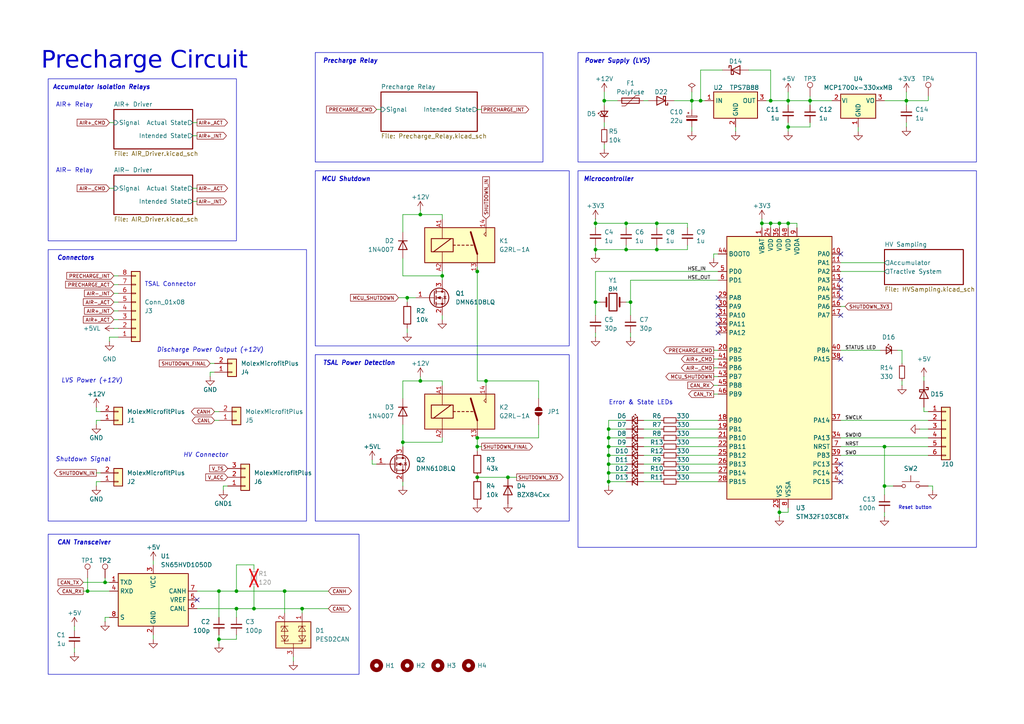
<source format=kicad_sch>
(kicad_sch (version 20250114) (generator "eeschema") (generator_version "9.0")
  (paper "A4")
  (title_block (title "Precharge") (date "2025-10-06") (rev "${REVISION}") (company "York Formula Student") (comment 1 "Designed by Josh B, Logan C, and Owen S"))
  (rectangle (start 167.64 15.24) (end 283.21 46.99))
  (rectangle (start 13.97 22.86) (end 68.58 69.85))
  (rectangle (start 91.44 102.87) (end 165.1 151.13))
  (rectangle (start 91.44 15.24) (end 157.48 46.99))
  (rectangle (start 167.64 49.53) (end 283.21 158.75))
  (rectangle (start 13.97 154.94) (end 104.14 195.58))
  (rectangle (start 91.44 49.53) (end 165.1 100.33))
  (rectangle (start 13.97 72.39) (end 88.9 151.13))
  (text "Microcontroller" (at 176.53 52.07 0) (effects (font (size 1.27 1.27) (thickness 0.254) (bold yes) (italic yes))))
  (text "Error & State LEDs" (at 176.53 116.84 0) (effects (font (size 1.27 1.27)) (justify left)))
  (text "Connectors" (at 16.51 74.93 0) (effects (font (size 1.27 1.27) (thickness 0.254) (bold yes) (italic yes)) (justify left)))
  (text "Accumulator Isolation Relays" (at 15.24 25.4 0) (effects (font (size 1.27 1.27) (thickness 0.254) (bold yes) (italic yes)) (justify left)))
  (text "TSAL Power Detection" (at 104.14 105.41 0) (effects (font (size 1.27 1.27) (thickness 0.254) (bold yes) (italic yes))))
  (text "CAN Transceiver" (at 16.51 157.48 0) (effects (font (size 1.27 1.27) (thickness 0.254) (bold yes) (italic yes)) (justify left)))
  (text "HV Connector" (at 59.69 132.08 0) (effects (font (size 1.27 1.27) (thickness 0.1588) (italic yes))))
  (text "Power Supply (LVS)" (at 179.07 17.78 0) (effects (font (size 1.27 1.27) (thickness 0.254) (bold yes) (italic yes))))
  (text "Shutdown Signal" (at 24.13 133.35 0) (effects (font (size 1.27 1.27) (thickness 0.1588) (italic yes))))
  (text "TSAL Connector" (at 41.91 82.55 0) (effects (font (size 1.27 1.27)) (justify left)))
  (text "AIR- Relay" (at 21.59 49.53 0) (effects (font (size 1.27 1.27))))
  (text "AIR+ Relay" (at 21.59 30.48 0) (effects (font (size 1.27 1.27))))
  (text "Precharge Relay" (at 101.6 17.78 0) (effects (font (size 1.27 1.27) (thickness 0.254) (bold yes) (italic yes))))
  (text "Discharge Power Output (+12V)" (at 60.96 101.6 0) (effects (font (size 1.27 1.27) (thickness 0.1588) (italic yes))))
  (text "LVS Power (+12V)" (at 26.67 110.49 0) (effects (font (size 1.27 1.27) (thickness 0.1588) (italic yes))))
  (text "Reset button" (at 265.43 147.32 0) (effects (font (size 1 1))))
  (text "MCU Shutdown" (at 100.33 52.07 0) (effects (font (size 1.27 1.27) (thickness 0.254) (bold yes) (italic yes))))
  (text "Precharge Circuit" (at 41.91 19.05 0) (effects (font (size 5 5) (thickness 0.254))))
  (junction (at 63.5 185.42))
  (junction (at 176.53 134.62))
  (junction (at 176.53 124.46))
  (junction (at 175.26 29.21))
  (junction (at 138.43 127))
  (junction (at 228.6 36.83))
  (junction (at 82.55 171.45))
  (junction (at 176.53 132.08))
  (junction (at 256.54 129.54))
  (junction (at 200.66 29.21))
  (junction (at 226.06 64.77))
  (junction (at 147.32 138.43))
  (junction (at 68.58 171.45))
  (junction (at 116.84 128.27))
  (junction (at 138.43 138.43))
  (junction (at 256.54 140.97))
  (junction (at 172.72 87.63))
  (junction (at 138.43 129.54))
  (junction (at 30.48 168.91))
  (junction (at 181.61 72.39))
  (junction (at 223.52 64.77))
  (junction (at 73.66 176.53))
  (junction (at 181.61 64.77))
  (junction (at 121.92 62.23))
  (junction (at 121.92 110.49))
  (junction (at 68.58 176.53))
  (junction (at 176.53 129.54))
  (junction (at 228.6 29.21))
  (junction (at 140.97 110.49))
  (junction (at 128.27 80.01))
  (junction (at 138.43 78.74))
  (junction (at 118.11 86.36))
  (junction (at 182.88 87.63))
  (junction (at 223.52 29.21))
  (junction (at 172.72 72.39))
  (junction (at 176.53 127))
  (junction (at 176.53 137.16))
  (junction (at 87.63 176.53))
  (junction (at 25.4 171.45))
  (junction (at 63.5 171.45))
  (junction (at 262.89 29.21))
  (junction (at 203.2 29.21))
  (junction (at 226.06 148.59))
  (junction (at 176.53 139.7))
  (junction (at 190.5 64.77))
  (junction (at 228.6 64.77))
  (junction (at 220.98 64.77))
  (junction (at 190.5 72.39))
  (junction (at 172.72 64.77))
  (junction (at 234.95 29.21))
  (no_connect (at 243.84 137.16))
  (no_connect (at 243.84 91.44))
  (no_connect (at 243.84 83.82))
  (no_connect (at 208.28 93.98))
  (no_connect (at 208.28 88.9))
  (no_connect (at 243.84 104.14))
  (no_connect (at 208.28 96.52))
  (no_connect (at 243.84 81.28))
  (no_connect (at 208.28 86.36))
  (no_connect (at 243.84 73.66))
  (no_connect (at 243.84 134.62))
  (no_connect (at 243.84 139.7))
  (no_connect (at 57.15 173.99))
  (no_connect (at 243.84 86.36))
  (no_connect (at 208.28 91.44))
  (wire (pts (xy 186.69 129.54) (xy 191.77 129.54)))
  (wire (pts (xy 243.84 132.08) (xy 269.24 132.08)))
  (wire (pts (xy 256.54 140.97) (xy 259.08 140.97)))
  (wire (pts (xy 200.66 29.21) (xy 203.2 29.21)))
  (wire (pts (xy 269.24 140.97) (xy 270.51 140.97)))
  (wire (pts (xy 196.85 127) (xy 208.28 127)))
  (wire (pts (xy 186.69 29.21) (xy 187.96 29.21)))
  (wire (pts (xy 27.94 119.38) (xy 27.94 118.11)))
  (wire (pts (xy 68.58 163.83) (xy 68.58 171.45)))
  (wire (pts (xy 73.66 163.83) (xy 73.66 165.1)))
  (wire (pts (xy 68.58 184.15) (xy 68.58 185.42)))
  (wire (pts (xy 176.53 137.16) (xy 181.61 137.16)))
  (wire (pts (xy 231.14 66.04) (xy 231.14 64.77)))
  (wire (pts (xy 186.69 127) (xy 191.77 127)))
  (wire (pts (xy 176.53 134.62) (xy 176.53 137.16)))
  (wire (pts (xy 226.06 66.04) (xy 226.06 64.77)))
  (wire (pts (xy 147.32 138.43) (xy 149.86 138.43)))
  (wire (pts (xy 220.98 63.5) (xy 220.98 64.77)))
  (wire (pts (xy 175.26 26.67) (xy 175.26 29.21)))
  (wire (pts (xy 118.11 86.36) (xy 120.65 86.36)))
  (wire (pts (xy 140.97 110.49) (xy 156.21 110.49)))
  (wire (pts (xy 186.69 124.46) (xy 191.77 124.46)))
  (wire (pts (xy 208.28 73.66) (xy 207.01 73.66)))
  (wire (pts (xy 175.26 35.56) (xy 175.26 36.83)))
  (wire (pts (xy 115.57 86.36) (xy 118.11 86.36)))
  (wire (pts (xy 176.53 132.08) (xy 181.61 132.08)))
  (wire (pts (xy 27.94 119.38) (xy 29.21 119.38)))
  (wire (pts (xy 234.95 36.83) (xy 228.6 36.83)))
  (wire (pts (xy 181.61 121.92) (xy 176.53 121.92)))
  (wire (pts (xy 172.72 97.79) (xy 172.72 96.52)))
  (wire (pts (xy 138.43 78.74) (xy 138.43 110.49)))
  (wire (pts (xy 262.89 26.67) (xy 262.89 29.21)))
  (wire (pts (xy 31.75 35.56) (xy 33.02 35.56)))
  (wire (pts (xy 228.6 147.32) (xy 228.6 148.59)))
  (wire (pts (xy 176.53 129.54) (xy 181.61 129.54)))
  (wire (pts (xy 156.21 123.19) (xy 156.21 127)))
  (wire (pts (xy 68.58 185.42) (xy 63.5 185.42)))
  (wire (pts (xy 64.77 140.97) (xy 66.04 140.97)))
  (wire (pts (xy 73.66 176.53) (xy 87.63 176.53)))
  (wire (pts (xy 57.15 58.42) (xy 55.88 58.42)))
  (wire (pts (xy 228.6 29.21) (xy 228.6 30.48)))
  (wire (pts (xy 266.7 124.46) (xy 269.24 124.46)))
  (wire (pts (xy 267.97 109.22) (xy 267.97 110.49)))
  (wire (pts (xy 82.55 171.45) (xy 82.55 177.8)))
  (wire (pts (xy 186.69 139.7) (xy 191.77 139.7)))
  (wire (pts (xy 176.53 124.46) (xy 181.61 124.46)))
  (wire (pts (xy 190.5 71.12) (xy 190.5 72.39)))
  (wire (pts (xy 196.85 139.7) (xy 208.28 139.7)))
  (wire (pts (xy 213.36 36.83) (xy 213.36 38.1)))
  (wire (pts (xy 176.53 129.54) (xy 176.53 132.08)))
  (wire (pts (xy 228.6 29.21) (xy 234.95 29.21)))
  (wire (pts (xy 25.4 171.45) (xy 31.75 171.45)))
  (wire (pts (xy 33.02 90.17) (xy 34.29 90.17)))
  (wire (pts (xy 82.55 171.45) (xy 95.25 171.45)))
  (wire (pts (xy 267.97 119.38) (xy 269.24 119.38)))
  (wire (pts (xy 207.01 101.6) (xy 208.28 101.6)))
  (wire (pts (xy 199.39 71.12) (xy 199.39 72.39)))
  (wire (pts (xy 256.54 29.21) (xy 262.89 29.21)))
  (wire (pts (xy 226.06 148.59) (xy 226.06 149.86)))
  (wire (pts (xy 57.15 171.45) (xy 63.5 171.45)))
  (wire (pts (xy 156.21 115.57) (xy 156.21 110.49)))
  (wire (pts (xy 172.72 71.12) (xy 172.72 72.39)))
  (wire (pts (xy 226.06 147.32) (xy 226.06 148.59)))
  (wire (pts (xy 62.23 121.92) (xy 63.5 121.92)))
  (wire (pts (xy 186.69 137.16) (xy 191.77 137.16)))
  (wire (pts (xy 181.61 72.39) (xy 172.72 72.39)))
  (wire (pts (xy 116.84 67.31) (xy 116.84 62.23)))
  (wire (pts (xy 223.52 20.32) (xy 223.52 29.21)))
  (wire (pts (xy 190.5 72.39) (xy 199.39 72.39)))
  (wire (pts (xy 261.62 110.49) (xy 261.62 111.76)))
  (wire (pts (xy 85.09 190.5) (xy 85.09 191.77)))
  (wire (pts (xy 200.66 29.21) (xy 200.66 31.75)))
  (wire (pts (xy 207.01 109.22) (xy 208.28 109.22)))
  (wire (pts (xy 109.22 134.62) (xy 107.95 134.62)))
  (wire (pts (xy 243.84 121.92) (xy 269.24 121.92)))
  (wire (pts (xy 107.95 134.62) (xy 107.95 133.35)))
  (wire (pts (xy 27.94 137.16) (xy 29.21 137.16)))
  (wire (pts (xy 121.92 62.23) (xy 128.27 62.23)))
  (wire (pts (xy 256.54 140.97) (xy 256.54 129.54)))
  (wire (pts (xy 196.85 124.46) (xy 208.28 124.46)))
  (wire (pts (xy 207.01 73.66) (xy 207.01 74.93)))
  (wire (pts (xy 181.61 66.04) (xy 181.61 64.77)))
  (wire (pts (xy 57.15 176.53) (xy 68.58 176.53)))
  (wire (pts (xy 256.54 129.54) (xy 269.24 129.54)))
  (wire (pts (xy 228.6 36.83) (xy 228.6 38.1)))
  (wire (pts (xy 196.85 129.54) (xy 208.28 129.54)))
  (wire (pts (xy 138.43 31.75) (xy 139.7 31.75)))
  (wire (pts (xy 60.96 105.41) (xy 62.23 105.41)))
  (wire (pts (xy 223.52 66.04) (xy 223.52 64.77)))
  (wire (pts (xy 128.27 62.23) (xy 128.27 63.5)))
  (wire (pts (xy 195.58 29.21) (xy 200.66 29.21)))
  (wire (pts (xy 186.69 134.62) (xy 191.77 134.62)))
  (wire (pts (xy 176.53 121.92) (xy 176.53 124.46)))
  (wire (pts (xy 243.84 127) (xy 269.24 127)))
  (wire (pts (xy 175.26 41.91) (xy 175.26 43.18)))
  (wire (pts (xy 73.66 170.18) (xy 73.66 176.53)))
  (wire (pts (xy 116.84 123.19) (xy 116.84 128.27)))
  (wire (pts (xy 190.5 64.77) (xy 199.39 64.77)))
  (wire (pts (xy 121.92 60.96) (xy 121.92 62.23)))
  (wire (pts (xy 223.52 64.77) (xy 220.98 64.77)))
  (wire (pts (xy 33.02 95.25) (xy 34.29 95.25)))
  (wire (pts (xy 270.51 140.97) (xy 270.51 142.24)))
  (wire (pts (xy 116.84 140.97) (xy 116.84 139.7)))
  (wire (pts (xy 31.75 168.91) (xy 30.48 168.91)))
  (wire (pts (xy 63.5 171.45) (xy 63.5 179.07)))
  (wire (pts (xy 118.11 87.63) (xy 118.11 86.36)))
  (wire (pts (xy 267.97 118.11) (xy 267.97 119.38)))
  (wire (pts (xy 209.55 20.32) (xy 203.2 20.32)))
  (wire (pts (xy 203.2 20.32) (xy 203.2 29.21)))
  (wire (pts (xy 109.22 31.75) (xy 110.49 31.75)))
  (wire (pts (xy 87.63 176.53) (xy 87.63 177.8)))
  (wire (pts (xy 223.52 29.21) (xy 228.6 29.21)))
  (wire (pts (xy 68.58 163.83) (xy 73.66 163.83)))
  (wire (pts (xy 33.02 85.09) (xy 34.29 85.09)))
  (wire (pts (xy 116.84 110.49) (xy 121.92 110.49)))
  (wire (pts (xy 138.43 130.81) (xy 138.43 129.54)))
  (wire (pts (xy 228.6 148.59) (xy 226.06 148.59)))
  (wire (pts (xy 64.77 142.24) (xy 64.77 140.97)))
  (wire (pts (xy 60.96 107.95) (xy 62.23 107.95)))
  (wire (pts (xy 262.89 29.21) (xy 269.24 29.21)))
  (wire (pts (xy 30.48 179.07) (xy 31.75 179.07)))
  (wire (pts (xy 33.02 82.55) (xy 34.29 82.55)))
  (wire (pts (xy 207.01 111.76) (xy 208.28 111.76)))
  (wire (pts (xy 173.99 87.63) (xy 172.72 87.63)))
  (wire (pts (xy 175.26 29.21) (xy 175.26 30.48)))
  (wire (pts (xy 207.01 106.68) (xy 208.28 106.68)))
  (wire (pts (xy 63.5 171.45) (xy 68.58 171.45)))
  (wire (pts (xy 228.6 36.83) (xy 228.6 35.56)))
  (wire (pts (xy 27.94 121.92) (xy 29.21 121.92)))
  (wire (pts (xy 116.84 80.01) (xy 128.27 80.01)))
  (wire (pts (xy 31.75 54.61) (xy 33.02 54.61)))
  (wire (pts (xy 182.88 81.28) (xy 208.28 81.28)))
  (wire (pts (xy 172.72 64.77) (xy 172.72 66.04)))
  (wire (pts (xy 220.98 64.77) (xy 220.98 66.04)))
  (wire (pts (xy 243.84 78.74) (xy 256.54 78.74)))
  (wire (pts (xy 138.43 110.49) (xy 140.97 110.49)))
  (wire (pts (xy 228.6 29.21) (xy 228.6 26.67)))
  (wire (pts (xy 181.61 71.12) (xy 181.61 72.39)))
  (wire (pts (xy 57.15 35.56) (xy 55.88 35.56)))
  (wire (pts (xy 200.66 26.67) (xy 200.66 29.21)))
  (wire (pts (xy 68.58 176.53) (xy 68.58 179.07)))
  (wire (pts (xy 260.35 101.6) (xy 261.62 101.6)))
  (wire (pts (xy 176.53 127) (xy 181.61 127)))
  (wire (pts (xy 176.53 139.7) (xy 181.61 139.7)))
  (wire (pts (xy 128.27 80.01) (xy 128.27 81.28)))
  (wire (pts (xy 118.11 95.25) (xy 118.11 96.52)))
  (wire (pts (xy 128.27 92.71) (xy 128.27 91.44)))
  (wire (pts (xy 182.88 96.52) (xy 182.88 97.79)))
  (wire (pts (xy 172.72 63.5) (xy 172.72 64.77)))
  (wire (pts (xy 222.25 29.21) (xy 223.52 29.21)))
  (wire (pts (xy 116.84 74.93) (xy 116.84 80.01)))
  (wire (pts (xy 186.69 132.08) (xy 191.77 132.08)))
  (wire (pts (xy 243.84 129.54) (xy 256.54 129.54)))
  (wire (pts (xy 243.84 76.2) (xy 256.54 76.2)))
  (wire (pts (xy 196.85 121.92) (xy 208.28 121.92)))
  (wire (pts (xy 196.85 132.08) (xy 208.28 132.08)))
  (wire (pts (xy 234.95 27.94) (xy 234.95 29.21)))
  (wire (pts (xy 31.75 97.79) (xy 34.29 97.79)))
  (wire (pts (xy 140.97 110.49) (xy 140.97 111.76)))
  (wire (pts (xy 234.95 29.21) (xy 234.95 30.48)))
  (wire (pts (xy 199.39 66.04) (xy 199.39 64.77)))
  (wire (pts (xy 128.27 78.74) (xy 128.27 80.01)))
  (wire (pts (xy 121.92 109.22) (xy 121.92 110.49)))
  (wire (pts (xy 256.54 148.59) (xy 256.54 149.86)))
  (wire (pts (xy 176.53 137.16) (xy 176.53 139.7)))
  (wire (pts (xy 60.96 109.22) (xy 60.96 107.95)))
  (wire (pts (xy 176.53 124.46) (xy 176.53 127)))
  (wire (pts (xy 121.92 110.49) (xy 128.27 110.49)))
  (wire (pts (xy 57.15 54.61) (xy 55.88 54.61)))
  (wire (pts (xy 31.75 99.06) (xy 31.75 97.79)))
  (wire (pts (xy 21.59 181.61) (xy 21.59 182.88)))
  (wire (pts (xy 176.53 139.7) (xy 176.53 140.97)))
  (wire (pts (xy 181.61 72.39) (xy 190.5 72.39)))
  (wire (pts (xy 248.92 36.83) (xy 248.92 38.1)))
  (wire (pts (xy 24.13 171.45) (xy 25.4 171.45)))
  (wire (pts (xy 156.21 127) (xy 138.43 127)))
  (wire (pts (xy 44.45 184.15) (xy 44.45 185.42)))
  (wire (pts (xy 25.4 167.64) (xy 25.4 171.45)))
  (wire (pts (xy 57.15 39.37) (xy 55.88 39.37)))
  (wire (pts (xy 68.58 171.45) (xy 82.55 171.45)))
  (wire (pts (xy 200.66 36.83) (xy 200.66 38.1)))
  (wire (pts (xy 116.84 62.23) (xy 121.92 62.23)))
  (wire (pts (xy 172.72 72.39) (xy 172.72 73.66)))
  (wire (pts (xy 226.06 64.77) (xy 223.52 64.77)))
  (wire (pts (xy 203.2 29.21) (xy 204.47 29.21)))
  (wire (pts (xy 172.72 78.74) (xy 172.72 87.63)))
  (wire (pts (xy 196.85 134.62) (xy 208.28 134.62)))
  (wire (pts (xy 116.84 128.27) (xy 128.27 128.27)))
  (wire (pts (xy 234.95 35.56) (xy 234.95 36.83)))
  (wire (pts (xy 176.53 127) (xy 176.53 129.54)))
  (wire (pts (xy 217.17 20.32) (xy 223.52 20.32)))
  (wire (pts (xy 116.84 115.57) (xy 116.84 110.49)))
  (wire (pts (xy 172.72 87.63) (xy 172.72 91.44)))
  (wire (pts (xy 27.94 139.7) (xy 29.21 139.7)))
  (wire (pts (xy 176.53 134.62) (xy 181.61 134.62)))
  (wire (pts (xy 234.95 29.21) (xy 241.3 29.21)))
  (wire (pts (xy 30.48 180.34) (xy 30.48 179.07)))
  (wire (pts (xy 196.85 137.16) (xy 208.28 137.16)))
  (wire (pts (xy 44.45 162.56) (xy 44.45 163.83)))
  (wire (pts (xy 176.53 132.08) (xy 176.53 134.62)))
  (wire (pts (xy 63.5 185.42) (xy 63.5 186.69)))
  (wire (pts (xy 262.89 35.56) (xy 262.89 36.83)))
  (wire (pts (xy 228.6 64.77) (xy 226.06 64.77)))
  (wire (pts (xy 231.14 64.77) (xy 228.6 64.77)))
  (wire (pts (xy 68.58 176.53) (xy 73.66 176.53)))
  (wire (pts (xy 138.43 77.47) (xy 138.43 78.74)))
  (wire (pts (xy 138.43 129.54) (xy 138.43 127)))
  (wire (pts (xy 63.5 184.15) (xy 63.5 185.42)))
  (wire (pts (xy 87.63 176.53) (xy 95.25 176.53)))
  (wire (pts (xy 33.02 92.71) (xy 34.29 92.71)))
  (wire (pts (xy 243.84 101.6) (xy 255.27 101.6)))
  (wire (pts (xy 128.27 127) (xy 128.27 128.27)))
  (wire (pts (xy 128.27 110.49) (xy 128.27 111.76)))
  (wire (pts (xy 27.94 140.97) (xy 27.94 139.7)))
  (wire (pts (xy 139.7 129.54) (xy 138.43 129.54)))
  (wire (pts (xy 24.13 168.91) (xy 30.48 168.91)))
  (wire (pts (xy 186.69 121.92) (xy 191.77 121.92)))
  (wire (pts (xy 207.01 104.14) (xy 208.28 104.14)))
  (wire (pts (xy 33.02 80.01) (xy 34.29 80.01)))
  (wire (pts (xy 179.07 29.21) (xy 175.26 29.21)))
  (wire (pts (xy 172.72 78.74) (xy 208.28 78.74)))
  (wire (pts (xy 182.88 87.63) (xy 181.61 87.63)))
  (wire (pts (xy 30.48 168.91) (xy 30.48 167.64)))
  (wire (pts (xy 182.88 87.63) (xy 182.88 91.44)))
  (wire (pts (xy 182.88 81.28) (xy 182.88 87.63)))
  (wire (pts (xy 190.5 66.04) (xy 190.5 64.77)))
  (wire (pts (xy 262.89 29.21) (xy 262.89 30.48)))
  (wire (pts (xy 269.24 27.94) (xy 269.24 29.21)))
  (wire (pts (xy 207.01 114.3) (xy 208.28 114.3)))
  (wire (pts (xy 181.61 64.77) (xy 190.5 64.77)))
  (wire (pts (xy 172.72 64.77) (xy 181.61 64.77)))
  (wire (pts (xy 243.84 88.9) (xy 245.11 88.9)))
  (wire (pts (xy 116.84 128.27) (xy 116.84 129.54)))
  (wire (pts (xy 256.54 140.97) (xy 256.54 143.51)))
  (wire (pts (xy 27.94 123.19) (xy 27.94 121.92)))
  (wire (pts (xy 21.59 187.96) (xy 21.59 189.23)))
  (wire (pts (xy 63.5 119.38) (xy 62.23 119.38)))
  (wire (pts (xy 138.43 138.43) (xy 147.32 138.43)))
  (wire (pts (xy 228.6 66.04) (xy 228.6 64.77)))
  (wire (pts (xy 261.62 101.6) (xy 261.62 105.41)))
  (wire (pts (xy 33.02 87.63) (xy 34.29 87.63)))
  (label "HSE_IN" (at 199.39 78.74 0) (effects (font (size 1 1))))
  (label "NRST" (at 245.11 129.54 0) (effects (font (size 1 1))))
  (label "SWDIO" (at 245.11 127 0) (effects (font (size 1 1))))
  (label "SWCLK" (at 245.11 121.92 0) (effects (font (size 1 1))))
  (label "STATUS LED" (at 245.11 101.6 0) (effects (font (size 1 1))))
  (label "SWO" (at 245.11 132.08 0) (effects (font (size 1 1))))
  (label "HSE_OUT" (at 199.39 81.28 0) (effects (font (size 1 1))))
  (global_label "AIR+_CMD" (shape input) (at 31.75 35.56 180) (effects (font (size 1 1))) (property "Intersheetrefs" "${INTERSHEET_REFS}" (effects (hide yes))))
  (global_label "CAN_RX" (shape output) (at 24.13 171.45 180) (effects (font (size 1 1))) (property "Intersheetrefs" "${INTERSHEET_REFS}" (effects (hide yes))))
  (global_label "CAN_RX" (shape input) (at 207.01 111.76 180) (effects (font (size 1 1))) (property "Intersheetrefs" "${INTERSHEET_REFS}" (effects (hide yes))))
  (global_label "SHUTDOWN_FINAL" (shape input) (at 60.96 105.41 180) (effects (font (size 1 1))) (property "Intersheetrefs" "${INTERSHEET_REFS}" (effects (hide yes))))
  (global_label "V_TS" (shape input) (at 66.04 135.89 180) (effects (font (size 1 1))) (property "Intersheetrefs" "${INTERSHEET_REFS}" (effects (hide yes))))
  (global_label "MCU_SHUTDOWN" (shape output) (at 207.01 109.22 180) (effects (font (size 1 1))) (property "Intersheetrefs" "${INTERSHEET_REFS}" (effects (hide yes))))
  (global_label "AIR+_INT" (shape input) (at 33.02 90.17 180) (effects (font (size 1 1))) (property "Intersheetrefs" "${INTERSHEET_REFS}" (effects (hide yes))))
  (global_label "PRECHARGE_ACT" (shape input) (at 33.02 82.55 180) (effects (font (size 1 1))) (property "Intersheetrefs" "${INTERSHEET_REFS}" (effects (hide yes))))
  (global_label "CANL" (shape bidirectional) (at 95.25 176.53 0) (effects (font (size 1 1))) (property "Intersheetrefs" "${INTERSHEET_REFS}" (effects (hide yes))))
  (global_label "SHUTDOWN_3V3" (shape input) (at 245.11 88.9 0) (effects (font (size 1 1))) (property "Intersheetrefs" "${INTERSHEET_REFS}" (effects (hide yes))))
  (global_label "AIR+_ACT" (shape input) (at 33.02 92.71 180) (effects (font (size 1 1))) (property "Intersheetrefs" "${INTERSHEET_REFS}" (effects (hide yes))))
  (global_label "AIR-_INT" (shape output) (at 57.15 58.42 0) (effects (font (size 1 1))) (property "Intersheetrefs" "${INTERSHEET_REFS}" (effects (hide yes))))
  (global_label "CAN_TX" (shape output) (at 207.01 114.3 180) (effects (font (size 1 1))) (property "Intersheetrefs" "${INTERSHEET_REFS}" (effects (hide yes))))
  (global_label "AIR-_CMD" (shape input) (at 31.75 54.61 180) (effects (font (size 1 1))) (property "Intersheetrefs" "${INTERSHEET_REFS}" (effects (hide yes))))
  (global_label "AIR-_INT" (shape input) (at 33.02 85.09 180) (effects (font (size 1 1))) (property "Intersheetrefs" "${INTERSHEET_REFS}" (effects (hide yes))))
  (global_label "CANH" (shape bidirectional) (at 62.23 119.38 180) (effects (font (size 1 1))) (property "Intersheetrefs" "${INTERSHEET_REFS}" (effects (hide yes))))
  (global_label "AIR-_CMD" (shape output) (at 207.01 106.68 180) (effects (font (size 1 1))) (property "Intersheetrefs" "${INTERSHEET_REFS}" (effects (hide yes))))
  (global_label "AIR+_ACT" (shape output) (at 57.15 35.56 0) (effects (font (size 1 1))) (property "Intersheetrefs" "${INTERSHEET_REFS}" (effects (hide yes))))
  (global_label "MCU_SHUTDOWN" (shape input) (at 115.57 86.36 180) (effects (font (size 1 1))) (property "Intersheetrefs" "${INTERSHEET_REFS}" (effects (hide yes))))
  (global_label "CANH" (shape bidirectional) (at 95.25 171.45 0) (effects (font (size 1 1))) (property "Intersheetrefs" "${INTERSHEET_REFS}" (effects (hide yes))))
  (global_label "AIR-_ACT" (shape output) (at 57.15 54.61 0) (effects (font (size 1 1))) (property "Intersheetrefs" "${INTERSHEET_REFS}" (effects (hide yes))))
  (global_label "SHUTDOWN_IN" (shape output) (at 27.94 137.16 180) (effects (font (size 1 1))) (property "Intersheetrefs" "${INTERSHEET_REFS}" (effects (hide yes))))
  (global_label "PRECHARGE_CMD" (shape input) (at 109.22 31.75 180) (effects (font (size 1 1))) (property "Intersheetrefs" "${INTERSHEET_REFS}" (effects (hide yes))))
  (global_label "SHUTDOWN_3V3" (shape output) (at 149.86 138.43 0) (effects (font (size 1 1))) (property "Intersheetrefs" "${INTERSHEET_REFS}" (effects (hide yes))))
  (global_label "AIR+_INT" (shape output) (at 57.15 39.37 0) (effects (font (size 1 1))) (property "Intersheetrefs" "${INTERSHEET_REFS}" (effects (hide yes))))
  (global_label "AIR-_ACT" (shape input) (at 33.02 87.63 180) (effects (font (size 1 1))) (property "Intersheetrefs" "${INTERSHEET_REFS}" (effects (hide yes))))
  (global_label "PRECHARGE_INT" (shape output) (at 139.7 31.75 0) (effects (font (size 1 1))) (property "Intersheetrefs" "${INTERSHEET_REFS}" (effects (hide yes))))
  (global_label "SHUTDOWN_FINAL" (shape output) (at 139.7 129.54 0) (effects (font (size 1 1))) (property "Intersheetrefs" "${INTERSHEET_REFS}" (effects (hide yes))))
  (global_label "V_ACC" (shape input) (at 66.04 138.43 180) (effects (font (size 1 1))) (property "Intersheetrefs" "${INTERSHEET_REFS}" (effects (hide yes))))
  (global_label "AIR+_CMD" (shape output) (at 207.01 104.14 180) (effects (font (size 1 1))) (property "Intersheetrefs" "${INTERSHEET_REFS}" (effects (hide yes))))
  (global_label "CAN_TX" (shape input) (at 24.13 168.91 180) (effects (font (size 1 1))) (property "Intersheetrefs" "${INTERSHEET_REFS}" (effects (hide yes))))
  (global_label "PRECHARGE_CMD" (shape output) (at 207.01 101.6 180) (effects (font (size 1 1))) (property "Intersheetrefs" "${INTERSHEET_REFS}" (effects (hide yes))))
  (global_label "PRECHARGE_INT" (shape input) (at 33.02 80.01 180) (effects (font (size 1 1))) (property "Intersheetrefs" "${INTERSHEET_REFS}" (effects (hide yes))))
  (global_label "CANL" (shape bidirectional) (at 62.23 121.92 180) (effects (font (size 1 1))) (property "Intersheetrefs" "${INTERSHEET_REFS}" (effects (hide yes))))
  (global_label "SHUTDOWN_IN" (shape input) (at 140.97 63.5 90) (effects (font (size 1 1))) (property "Intersheetrefs" "${INTERSHEET_REFS}" (effects (hide yes))))
  (symbol (lib_id "Device:C_Small") (at 190.5 68.58 0) (unit 1)
    (property "Reference" "C8" (at 193.04 67.3162 0) (effects (justify left)))
    (property "Value" "1u" (at 193.04 69.8562 0) (effects (justify left)))
    (property "Footprint" "Capacitor_SMD:C_0603_1608Metric" (effects (hide yes)))
    (property "Description" "Unpolarized capacitor, small symbol" (effects (hide yes)))
    (property "Dist #" "C5199872" (effects (hide yes)))
    (property "Mfr" "Samsung" (effects (hide yes)))
    (property "Mfr #" "CL10B105KB8NQNC" (effects (hide yes)))
    (property "Dist" "LCSC" (effects (hide yes)))
  )
  (symbol (lib_id "power:GND") (at 175.26 43.18 0) (unit 1)
    (property "Reference" "#PWR027" (effects (hide yes)))
    (property "Value" "GND" (effects (hide yes)))
    (property "Description" "Power symbol creates a global label with name \"GND\" , ground" (effects (hide yes)))
  )
  (symbol (lib_id "Device:R_Small") (at 194.31 137.16 270) (mirror x) (unit 1)
    (property "Reference" "R10" (at 190.5 135.89 90))
    (property "Value" "330" (at 198.12 135.89 90))
    (property "Footprint" "Resistor_SMD:R_0603_1608Metric" (effects (hide yes)))
    (property "Description" "Resistor, small symbol" (effects (hide yes)))
    (property "Dist #" "C23138" (effects (hide yes)))
    (property "Mfr" "Uni-Royal" (effects (hide yes)))
    (property "Mfr #" "0603WAF3300T5E" (effects (hide yes)))
    (property "Dist" "LCSC" (effects (hide yes)))
  )
  (symbol (lib_id "Mechanical:MountingHole") (at 118.11 193.04 90) (unit 1) (exclude_from_sim yes) (in_bom no)
    (property "Reference" "H2" (at 120.65 193.0399 90) (effects (justify right)))
    (property "Value" "MountingHole" (effects (hide yes)))
    (property "Footprint" "MountingHole:MountingHole_3.2mm_M3" (effects (hide yes)))
    (property "Description" "Mounting Hole without connection" (effects (hide yes)))
  )
  (symbol (lib_id "power:GND") (at 60.96 109.22 0) (unit 1)
    (property "Reference" "#PWR011" (effects (hide yes)))
    (property "Value" "GND" (at 60.96 113.03 0))
    (property "Description" "Power symbol creates a global label with name \"GND\" , ground" (effects (hide yes)))
  )
  (symbol (lib_id "Device:LED_Small") (at 184.15 134.62 0) (unit 1)
    (property "Reference" "D11" (at 180.34 133.35 0))
    (property "Value" "LED_Small" (effects (hide yes)))
    (property "Footprint" "LED_SMD:LED_0603_1608Metric" (effects (hide yes)))
    (property "Description" "Light emitting diode, small symbol" (effects (hide yes)))
    (property "Dist #" "C84263" (effects (hide yes)))
    (property "Mfr" "Foshan NationStar Optoelectronics" (effects (hide yes)))
    (property "Mfr #" "NCD0603R1" (effects (hide yes)))
    (property "Dist" "LCSC" (effects (hide yes)))
    (property "Sim.Pin" "1=K 2=A" (effects (hide yes)))
  )
  (symbol (lib_id "Device:C_Small") (at 256.54 146.05 0) (unit 1)
    (property "Reference" "C13" (at 254 144.7862 0) (effects (justify right)))
    (property "Value" "100n" (at 254 147.3262 0) (effects (justify right)))
    (property "Footprint" "Capacitor_SMD:C_0603_1608Metric" (effects (hide yes)))
    (property "Description" "Unpolarized capacitor, small symbol" (effects (hide yes)))
    (property "Dist #" "C1591" (effects (hide yes)))
    (property "Mfr" "Samsung" (effects (hide yes)))
    (property "Mfr #" "CL10B104KB8NNNC" (effects (hide yes)))
    (property "Dist" "LCSC" (effects (hide yes)))
  )
  (symbol (lib_id "yfs:TPS7B88-Q1") (at 207.01 26.67 0) (unit 1)
    (property "Reference" "U2" (at 208.28 25.4 0))
    (property "Value" "TPS7B88" (at 215.9 25.4 0))
    (property "Footprint" "Package_TO_SOT_SMD:TO-252-2" (effects (hide yes)))
    (property "Datasheet" "https://www.ti.com/lit/ds/symlink/tps7b88-q1.pdf" (effects (hide yes)))
    (property "Description" "500-mA, 40-V, Low-Dropout Regulator" (effects (hide yes)))
    (property "Dist" "Mouser" (effects (hide yes)))
    (property "Dist #" "595-TPS7B8850QKVURQ1" (effects (hide yes)))
    (property "Mfr" "Texas Instruments" (effects (hide yes)))
    (property "Mfr #" "595-TPS7B8850QKVURQ1" (effects (hide yes)))
  )
  (symbol (lib_id "Device:LED_Small") (at 184.15 129.54 0) (unit 1)
    (property "Reference" "D9" (at 180.34 128.27 0))
    (property "Value" "LED_Small" (effects (hide yes)))
    (property "Footprint" "LED_SMD:LED_0603_1608Metric" (effects (hide yes)))
    (property "Description" "Light emitting diode, small symbol" (effects (hide yes)))
    (property "Dist #" "C84263" (effects (hide yes)))
    (property "Mfr" "Foshan NationStar Optoelectronics" (effects (hide yes)))
    (property "Mfr #" "NCD0603R1" (effects (hide yes)))
    (property "Dist" "LCSC" (effects (hide yes)))
    (property "Sim.Pin" "1=K 2=A" (effects (hide yes)))
  )
  (symbol (lib_id "Device:R") (at 118.11 91.44 0) (unit 1)
    (property "Reference" "R2" (at 120.65 90.1699 0) (effects (justify left)))
    (property "Value" "10k" (at 120.65 92.7099 0) (effects (justify left)))
    (property "Footprint" "Resistor_SMD:R_0603_1608Metric" (effects (hide yes)))
    (property "Description" "Resistor" (effects (hide yes)))
  )
  (symbol (lib_id "Connector_Generic:Conn_01x02") (at 34.29 121.92 0) (mirror x) (unit 1)
    (property "Reference" "J1" (at 36.83 121.9201 0) (effects (justify left)))
    (property "Value" "MolexMicrofitPlus" (at 36.83 119.3801 0) (effects (justify left)))
    (property "Footprint" "MyLibrary:MolexMicrofitPlus1x2" (effects (hide yes)))
    (property "Description" "Generic connector, single row, 01x02, script generated (kicad-library-utils/schlib/autogen/connector/)" (effects (hide yes)))
  )
  (symbol (lib_id "power:GND") (at 261.62 111.76 0) (unit 1)
    (property "Reference" "#PWR039" (effects (hide yes)))
    (property "Value" "GND" (effects (hide yes)))
    (property "Description" "Power symbol creates a global label with name \"GND\" , ground" (effects (hide yes)))
  )
  (symbol (lib_id "power:GND") (at 176.53 140.97 0) (unit 1)
    (property "Reference" "#PWR028" (effects (hide yes)))
    (property "Value" "GND" (effects (hide yes)))
    (property "Description" "Power symbol creates a global label with name \"GND\" , ground" (effects (hide yes)))
  )
  (symbol (lib_id "Connector:TestPoint") (at 269.24 27.94 0) (unit 1)
    (property "Reference" "TP4" (at 269.24 22.86 0))
    (property "Value" "TestPoint" (effects (hide yes)))
    (property "Footprint" "TestPoint:TestPoint_Keystone_5000-5004_Miniature" (effects (hide yes)))
    (property "Description" "test point" (effects (hide yes)))
  )
  (symbol (lib_id "power:GND") (at 118.11 96.52 0) (unit 1)
    (property "Reference" "#PWR016" (effects (hide yes)))
    (property "Value" "GND" (effects (hide yes)))
    (property "Description" "Power symbol creates a global label with name \"GND\" , ground" (effects (hide yes)))
  )
  (symbol (lib_id "Connector:TestPoint") (at 234.95 27.94 0) (unit 1)
    (property "Reference" "TP3" (at 234.95 22.86 0))
    (property "Value" "TestPoint" (effects (hide yes)))
    (property "Footprint" "TestPoint:TestPoint_Keystone_5000-5004_Miniature" (effects (hide yes)))
    (property "Description" "test point" (effects (hide yes)))
  )
  (symbol (lib_id "Device:R") (at 138.43 134.62 0) (unit 1)
    (property "Reference" "R3" (at 140.97 133.3499 0) (effects (justify left)))
    (property "Value" "43k" (at 140.97 135.8899 0) (effects (justify left)))
    (property "Footprint" "Resistor_SMD:R_0603_1608Metric" (effects (hide yes)))
    (property "Description" "Resistor" (effects (hide yes)))
  )
  (symbol (lib_id "Connector_Generic:Conn_01x02") (at 68.58 121.92 0) (mirror x) (unit 1)
    (property "Reference" "J5" (at 71.12 121.9201 0) (effects (justify left)))
    (property "Value" "MolexMicrofitPlus" (at 71.12 119.3801 0) (effects (justify left)))
    (property "Footprint" "MyLibrary:MolexMicrofitPlus1x2" (effects (hide yes)))
    (property "Description" "Generic connector, single row, 01x02, script generated (kicad-library-utils/schlib/autogen/connector/)" (effects (hide yes)))
  )
  (symbol (lib_id "power:GND") (at 262.89 36.83 0) (unit 1)
    (property "Reference" "#PWR041" (effects (hide yes)))
    (property "Value" "GND" (effects (hide yes)))
    (property "Description" "Power symbol creates a global label with name \"GND\" , ground" (effects (hide yes)))
  )
  (symbol (lib_id "power:GND") (at 182.88 97.79 0) (unit 1)
    (property "Reference" "#PWR029" (effects (hide yes)))
    (property "Value" "GND" (effects (hide yes)))
    (property "Description" "Power symbol creates a global label with name \"GND\" , ground" (effects (hide yes)))
  )
  (symbol (lib_id "Device:C_Small") (at 21.59 185.42 0) (mirror y) (unit 1)
    (property "Reference" "C1" (at 19.05 184.1562 0) (effects (justify left)))
    (property "Value" "1u" (at 19.05 186.6962 0) (effects (justify left)))
    (property "Footprint" "Capacitor_SMD:C_0603_1608Metric" (effects (hide yes)))
    (property "Description" "Unpolarized capacitor, small symbol" (effects (hide yes)))
    (property "Dist #" "C5199872" (effects (hide yes)))
    (property "Mfr" "Samsung" (effects (hide yes)))
    (property "Mfr #" "CL10B105KB8NQNC" (effects (hide yes)))
    (property "Dist" "LCSC" (effects (hide yes)))
  )
  (symbol (lib_id "Device:LED_Small") (at 184.15 137.16 0) (unit 1)
    (property "Reference" "D12" (at 180.34 135.89 0))
    (property "Value" "LED_Small" (effects (hide yes)))
    (property "Footprint" "LED_SMD:LED_0603_1608Metric" (effects (hide yes)))
    (property "Description" "Light emitting diode, small symbol" (effects (hide yes)))
    (property "Dist #" "C84263" (effects (hide yes)))
    (property "Mfr" "Foshan NationStar Optoelectronics" (effects (hide yes)))
    (property "Mfr #" "NCD0603R1" (effects (hide yes)))
    (property "Dist" "LCSC" (effects (hide yes)))
    (property "Sim.Pin" "1=K 2=A" (effects (hide yes)))
  )
  (symbol (lib_id "Device:C_Polarized_Small") (at 200.66 34.29 0) (unit 1)
    (property "Reference" "C10" (at 198.12 32.4738 0) (effects (justify right)))
    (property "Value" "22u" (at 198.12 35.0138 0) (effects (justify right)))
    (property "Footprint" "Capacitor_SMD:CP_Elec_6.3x7.7" (effects (hide yes)))
    (property "Description" "Polarized capacitor, small symbol" (effects (hide yes)))
    (property "Dist" "LCSC" (effects (hide yes)))
    (property "Dist #" "C344075" (effects (hide yes)))
    (property "Mfr" "Panasonic" (effects (hide yes)))
    (property "Mfr #" "EEEFK1J220XP" (effects (hide yes)))
  )
  (symbol (lib_id "power:+5V") (at 21.59 181.61 0) (unit 1)
    (property "Reference" "#PWR01" (effects (hide yes)))
    (property "Value" "+5V" (at 21.59 177.8 0))
    (property "Description" "Power symbol creates a global label with name \"+5V\"" (effects (hide yes)))
  )
  (symbol (lib_id "Device:LED_Small") (at 184.15 132.08 0) (unit 1)
    (property "Reference" "D10" (at 180.34 130.81 0))
    (property "Value" "LED_Small" (effects (hide yes)))
    (property "Footprint" "LED_SMD:LED_0603_1608Metric" (effects (hide yes)))
    (property "Description" "Light emitting diode, small symbol" (effects (hide yes)))
    (property "Dist #" "C84263" (effects (hide yes)))
    (property "Mfr" "Foshan NationStar Optoelectronics" (effects (hide yes)))
    (property "Mfr #" "NCD0603R1" (effects (hide yes)))
    (property "Dist" "LCSC" (effects (hide yes)))
    (property "Sim.Pin" "1=K 2=A" (effects (hide yes)))
  )
  (symbol (lib_id "Diode:BZX84Cxx") (at 147.32 142.24 270) (unit 1)
    (property "Reference" "D4" (at 149.86 140.9699 90) (effects (justify left)))
    (property "Value" "BZX84Cxx" (at 149.86 143.5099 90) (effects (justify left)))
    (property "Footprint" "Package_TO_SOT_SMD:SOT-23" (effects (hide yes)))
    (property "Datasheet" "https://diotec.com/tl_files/diotec/files/pdf/datasheets/bzx84c2v4.pdf" (effects (hide yes)))
    (property "Description" "300mW Zener Diode, SOT-23" (effects (hide yes)))
  )
  (symbol (lib_id "Device:LED_Small") (at 184.15 139.7 0) (unit 1)
    (property "Reference" "D13" (at 180.34 138.43 0))
    (property "Value" "LED_Small" (effects (hide yes)))
    (property "Footprint" "LED_SMD:LED_0603_1608Metric" (effects (hide yes)))
    (property "Description" "Light emitting diode, small symbol" (effects (hide yes)))
    (property "Dist #" "C84263" (effects (hide yes)))
    (property "Mfr" "Foshan NationStar Optoelectronics" (effects (hide yes)))
    (property "Mfr #" "NCD0603R1" (effects (hide yes)))
    (property "Dist" "LCSC" (effects (hide yes)))
    (property "Sim.Pin" "1=K 2=A" (effects (hide yes)))
  )
  (symbol (lib_id "power:GND") (at 31.75 99.06 0) (unit 1)
    (property "Reference" "#PWR07" (effects (hide yes)))
    (property "Value" "GND" (at 31.75 104.14 0))
    (property "Description" "Power symbol creates a global label with name \"GND\" , ground" (effects (hide yes)))
  )
  (symbol (lib_id "power:+5V") (at 228.6 26.67 0) (unit 1)
    (property "Reference" "#PWR035" (effects (hide yes)))
    (property "Value" "+5V" (at 228.6 22.86 0))
    (property "Description" "Power symbol creates a global label with name \"+5V\"" (effects (hide yes)))
  )
  (symbol (lib_id "Device:C_Small") (at 172.72 93.98 180) (unit 1)
    (property "Reference" "C5" (at 175.26 92.7035 0) (effects (justify right)))
    (property "Value" "30p" (at 175.26 95.2435 0) (effects (justify right)))
    (property "Footprint" "Capacitor_SMD:C_0603_1608Metric" (effects (hide yes)))
    (property "Description" "Unpolarized capacitor, small symbol" (effects (hide yes)))
    (property "Dist #" "C2336884" (effects (hide yes)))
    (property "Mfr" "Murata" (effects (hide yes)))
    (property "Mfr #" "GQM1875C2E300GB12D" (effects (hide yes)))
    (property "Dist" "LCSC" (effects (hide yes)))
  )
  (symbol (lib_id "Connector:TestPoint") (at 25.4 167.64 0) (unit 1)
    (property "Reference" "TP1" (at 25.4 162.56 0))
    (property "Value" "TestPoint" (effects (hide yes)))
    (property "Footprint" "TestPoint:TestPoint_Keystone_5000-5004_Miniature" (effects (hide yes)))
    (property "Description" "test point" (effects (hide yes)))
  )
  (symbol (lib_id "Connector_Generic:Conn_01x08") (at 39.37 90.17 0) (mirror x) (unit 1)
    (property "Reference" "J3" (at 41.91 90.1701 0) (effects (justify left)))
    (property "Value" "Conn_01x08" (at 41.91 87.6301 0) (effects (justify left)))
    (property "Description" "Generic connector, single row, 01x08, script generated (kicad-library-utils/schlib/autogen/connector/)" (effects (hide yes)))
  )
  (symbol (lib_id "power:+12V") (at 121.92 60.96 0) (unit 1)
    (property "Reference" "#PWR017" (effects (hide yes)))
    (property "Value" "+12V" (at 121.92 57.15 0))
    (property "Description" "Power symbol creates a global label with name \"+12V\"" (effects (hide yes)))
  )
  (symbol (lib_id "Device:R_Small") (at 261.62 107.95 0) (mirror x) (unit 1)
    (property "Reference" "R14" (at 259.08 106.6799 0) (effects (justify right)))
    (property "Value" "330" (at 259.08 109.2199 0) (effects (justify right)))
    (property "Footprint" "Resistor_SMD:R_0603_1608Metric" (effects (hide yes)))
    (property "Description" "Resistor, small symbol" (effects (hide yes)))
    (property "Dist #" "C23138" (effects (hide yes)))
    (property "Mfr" "Uni-Royal" (effects (hide yes)))
    (property "Mfr #" "0603WAF3300T5E" (effects (hide yes)))
    (property "Dist" "LCSC" (effects (hide yes)))
  )
  (symbol (lib_id "Connector_Generic:Conn_01x02") (at 34.29 139.7 0) (mirror x) (unit 1)
    (property "Reference" "J2" (at 36.83 139.7001 0) (effects (justify left)))
    (property "Value" "MolexMicrofitPlus" (at 36.83 137.1601 0) (effects (justify left)))
    (property "Footprint" "MyLibrary:MolexMicrofitPlus1x2" (effects (hide yes)))
    (property "Description" "Generic connector, single row, 01x02, script generated (kicad-library-utils/schlib/autogen/connector/)" (effects (hide yes)))
  )
  (symbol (lib_id "Device:C_Small") (at 182.88 93.98 0) (unit 1)
    (property "Reference" "C7" (at 185.42 92.7162 0) (effects (justify left)))
    (property "Value" "30p" (at 185.42 95.2562 0) (effects (justify left)))
    (property "Footprint" "Capacitor_SMD:C_0603_1608Metric" (effects (hide yes)))
    (property "Description" "Unpolarized capacitor, small symbol" (effects (hide yes)))
    (property "Dist #" "C2336884" (effects (hide yes)))
    (property "Mfr" "Murata" (effects (hide yes)))
    (property "Mfr #" "GQM1875C2E300GB12D" (effects (hide yes)))
    (property "Dist" "LCSC" (effects (hide yes)))
  )
  (symbol (lib_id "Device:R") (at 138.43 142.24 0) (unit 1)
    (property "Reference" "R4" (at 140.97 140.9699 0) (effects (justify left)))
    (property "Value" "10k" (at 140.97 143.5099 0) (effects (justify left)))
    (property "Footprint" "Resistor_SMD:R_0603_1608Metric" (effects (hide yes)))
    (property "Description" "Resistor" (effects (hide yes)))
  )
  (symbol (lib_id "yfs:PESD2CAN") (at 80.01 180.34 0) (unit 1)
    (property "Reference" "D1" (at 91.44 182.8799 0) (effects (justify left)))
    (property "Value" "PESD2CAN" (at 91.44 185.4199 0) (effects (justify left)))
    (property "Footprint" "Package_TO_SOT_SMD:SOT-23" (effects (hide yes)))
    (property "Datasheet" "https://assets.nexperia.com/documents/data-sheet/PESD2CAN.pdf" (effects (hide yes)))
    (property "Description" "CAN bus ESD protection diode" (effects (hide yes)))
    (property "Dist" "LCSC" (effects (hide yes)))
    (property "Dist #" "C75176" (effects (hide yes)))
    (property "Mfr" "Nexperia" (effects (hide yes)))
    (property "Mfr #" "PESD2CAN,215" (effects (hide yes)))
  )
  (symbol (lib_id "Device:Crystal") (at 177.8 87.63 0) (unit 1)
    (property "Reference" "Y1" (at 177.8 81.28 0))
    (property "Value" "8M" (at 177.8 83.82 0))
    (property "Footprint" "Crystal:Crystal_SMD_5032-2Pin_5.0x3.2mm" (effects (hide yes)))
    (property "Description" "Two pin crystal" (effects (hide yes)))
    (property "Dist #" "C115962" (effects (hide yes)))
    (property "Mfr" "YXC" (effects (hide yes)))
    (property "Mfr #" "X50328MSB2GI" (effects (hide yes)))
    (property "Dist" "LCSC" (effects (hide yes)))
  )
  (symbol (lib_id "power:GND") (at 228.6 38.1 0) (unit 1)
    (property "Reference" "#PWR036" (effects (hide yes)))
    (property "Value" "GND" (effects (hide yes)))
    (property "Description" "Power symbol creates a global label with name \"GND\" , ground" (effects (hide yes)))
  )
  (symbol (lib_id "power:GND") (at 200.66 38.1 0) (unit 1)
    (property "Reference" "#PWR030" (effects (hide yes)))
    (property "Value" "GND" (effects (hide yes)))
    (property "Description" "Power symbol creates a global label with name \"GND\" , ground" (effects (hide yes)))
  )
  (symbol (lib_id "Device:R_Small") (at 194.31 134.62 270) (mirror x) (unit 1)
    (property "Reference" "R9" (at 190.5 133.35 90))
    (property "Value" "330" (at 198.12 133.35 90))
    (property "Footprint" "Resistor_SMD:R_0603_1608Metric" (effects (hide yes)))
    (property "Description" "Resistor, small symbol" (effects (hide yes)))
    (property "Dist #" "C23138" (effects (hide yes)))
    (property "Mfr" "Uni-Royal" (effects (hide yes)))
    (property "Mfr #" "0603WAF3300T5E" (effects (hide yes)))
    (property "Dist" "LCSC" (effects (hide yes)))
  )
  (symbol (lib_id "Connector_Generic:Conn_01x02") (at 67.31 107.95 0) (mirror x) (unit 1)
    (property "Reference" "J4" (at 69.85 107.9501 0) (effects (justify left)))
    (property "Value" "MolexMicrofitPlus" (at 69.85 105.4101 0) (effects (justify left)))
    (property "Footprint" "MyLibrary:MolexMicrofitPlus1x2" (effects (hide yes)))
    (property "Description" "Generic connector, single row, 01x02, script generated (kicad-library-utils/schlib/autogen/connector/)" (effects (hide yes)))
  )
  (symbol (lib_id "MCU_ST_STM32F1:STM32F103C8Tx") (at 226.06 106.68 0) (unit 1)
    (property "Reference" "U3" (at 230.7941 147.32 0) (effects (justify left)))
    (property "Value" "STM32F103C8Tx" (at 230.7941 149.86 0) (effects (justify left)))
    (property "Footprint" "Package_QFP:LQFP-48_7x7mm_P0.5mm" (effects (hide yes)))
    (property "Datasheet" "https://www.st.com/resource/en/datasheet/stm32f103c8.pdf" (effects (hide yes)))
    (property "Description" "STMicroelectronics Arm Cortex-M3 MCU, 64KB flash, 20KB RAM, 72 MHz, 2.0-3.6V, 37 GPIO, LQFP48" (effects (hide yes)))
    (property "Dist #" "C8734" (effects (hide yes)))
    (property "Mfr" "STMicroelectronics" (effects (hide yes)))
    (property "Mfr #" "STM32F103C8T6" (effects (hide yes)))
    (property "Dist" "LCSC" (effects (hide yes)))
  )
  (symbol (lib_id "Device:C_Small") (at 262.89 33.02 0) (mirror y) (unit 1)
    (property "Reference" "C14" (at 265.43 31.7562 0) (effects (justify right)))
    (property "Value" "1u" (at 265.43 34.2962 0) (effects (justify right)))
    (property "Footprint" "Capacitor_SMD:C_0603_1608Metric" (effects (hide yes)))
    (property "Description" "Unpolarized capacitor, small symbol" (effects (hide yes)))
    (property "Dist" "LCSC" (effects (hide yes)))
    (property "Dist #" "C5199872" (effects (hide yes)))
    (property "Mfr" "Samsung" (effects (hide yes)))
    (property "Mfr #" "CL10B105KB8NQNC" (effects (hide yes)))
  )
  (symbol (lib_id "Device:LED_Small") (at 257.81 101.6 0) (mirror y) (unit 1)
    (property "Reference" "D16" (at 257.7465 97.79 0))
    (property "Value" "LED_Small" (effects (hide yes)))
    (property "Footprint" "LED_SMD:LED_0603_1608Metric" (effects (hide yes)))
    (property "Description" "Light emitting diode, small symbol" (effects (hide yes)))
    (property "Dist #" "C84263" (effects (hide yes)))
    (property "Mfr" "Foshan NationStar Optoelectronics" (effects (hide yes)))
    (property "Mfr #" "NCD0603R1" (effects (hide yes)))
    (property "Dist" "LCSC" (effects (hide yes)))
    (property "Sim.Pin" "1=K 2=A" (effects (hide yes)))
  )
  (symbol (lib_id "Device:C_Small") (at 199.39 68.58 0) (unit 1)
    (property "Reference" "C9" (at 201.93 67.3162 0) (effects (justify left)))
    (property "Value" "1u" (at 201.93 69.8562 0) (effects (justify left)))
    (property "Footprint" "Capacitor_SMD:C_0603_1608Metric" (effects (hide yes)))
    (property "Description" "Unpolarized capacitor, small symbol" (effects (hide yes)))
    (property "Dist #" "C5199872" (effects (hide yes)))
    (property "Mfr" "Samsung" (effects (hide yes)))
    (property "Mfr #" "CL10B105KB8NQNC" (effects (hide yes)))
    (property "Dist" "LCSC" (effects (hide yes)))
  )
  (symbol (lib_id "Device:LED_Small") (at 184.15 121.92 0) (unit 1)
    (property "Reference" "D6" (at 180.34 120.65 0))
    (property "Value" "LED_Small" (effects (hide yes)))
    (property "Footprint" "LED_SMD:LED_0603_1608Metric" (effects (hide yes)))
    (property "Description" "Light emitting diode, small symbol" (effects (hide yes)))
    (property "Dist #" "C84263" (effects (hide yes)))
    (property "Mfr" "Foshan NationStar Optoelectronics" (effects (hide yes)))
    (property "Mfr #" "NCD0603R1" (effects (hide yes)))
    (property "Dist" "LCSC" (effects (hide yes)))
    (property "Sim.Pin" "1=K 2=A" (effects (hide yes)))
  )
  (symbol (lib_id "power:GND1") (at 64.77 142.24 0) (unit 1)
    (property "Reference" "#PWR013" (effects (hide yes)))
    (property "Value" "GND1" (at 64.77 146.05 0))
    (property "Description" "Power symbol creates a global label with name \"GND1\" , ground" (effects (hide yes)))
  )
  (symbol (lib_id "power:GND") (at 270.51 142.24 0) (unit 1)
    (property "Reference" "#PWR044" (effects (hide yes)))
    (property "Value" "GND" (effects (hide yes)))
    (property "Description" "Power symbol creates a global label with name \"GND\" , ground" (effects (hide yes)))
  )
  (symbol (lib_id "power:+5V") (at 267.97 109.22 0) (unit 1)
    (property "Reference" "#PWR043" (effects (hide yes)))
    (property "Value" "+5V" (at 267.97 104.14 0))
    (property "Description" "Power symbol creates a global label with name \"+5V\"" (effects (hide yes)))
  )
  (symbol (lib_id "Connector_Generic:Conn_01x06") (at 274.32 124.46 0) (unit 1)
    (property "Reference" "J10" (at 273.05 134.62 0) (effects (justify left)))
    (property "Value" "Conn_01x06" (effects (hide yes)))
    (property "Footprint" "yfs:IDC-Connector-2x3" (effects (hide yes)))
    (property "Description" "Generic connector, single row, 01x06, script generated (kicad-library-utils/schlib/autogen/connector/)" (effects (hide yes)))
    (property "Dist #" "C42372545" (effects (hide yes)))
    (property "Mfr" "hanxia" (effects (hide yes)))
    (property "Mfr #" "HX JN1.27-2x3P ZZ H4.9" (effects (hide yes)))
    (property "Dist" "LCSC" (effects (hide yes)))
  )
  (symbol (lib_id "Device:R_Small") (at 194.31 124.46 270) (mirror x) (unit 1)
    (property "Reference" "R7" (at 190.5 123.19 90))
    (property "Value" "330" (at 198.12 123.19 90))
    (property "Footprint" "Resistor_SMD:R_0603_1608Metric" (effects (hide yes)))
    (property "Description" "Resistor, small symbol" (effects (hide yes)))
    (property "Dist #" "C23138" (effects (hide yes)))
    (property "Mfr" "Uni-Royal" (effects (hide yes)))
    (property "Mfr #" "0603WAF3300T5E" (effects (hide yes)))
    (property "Dist" "LCSC" (effects (hide yes)))
  )
  (symbol (lib_id "power:+12V") (at 27.94 118.11 0) (unit 1)
    (property "Reference" "#PWR03" (effects (hide yes)))
    (property "Value" "+12V" (at 27.94 114.3 0))
    (property "Description" "Power symbol creates a global label with name \"+12V\"" (effects (hide yes)))
  )
  (symbol (lib_id "Device:R_Small") (at 73.66 167.64 0) (unit 1) (dnp yes)
    (property "Reference" "R1" (at 74.93 166.37 0) (effects (justify left)))
    (property "Value" "120" (at 74.93 168.91 0) (effects (justify left)))
    (property "Footprint" "Resistor_SMD:R_0603_1608Metric" (effects (hide yes)))
    (property "Description" "Resistor, small symbol" (effects (hide yes)))
  )
  (symbol (lib_id "power:+12V") (at 121.92 109.22 0) (unit 1)
    (property "Reference" "#PWR018" (effects (hide yes)))
    (property "Value" "+12V" (at 121.92 105.41 0))
    (property "Description" "Power symbol creates a global label with name \"+12V\"" (effects (hide yes)))
  )
  (symbol (lib_id "power:GND") (at 21.59 189.23 0) (unit 1)
    (property "Reference" "#PWR02" (effects (hide yes)))
    (property "Value" "GND" (effects (hide yes)))
    (property "Description" "Power symbol creates a global label with name \"GND\" , ground" (effects (hide yes)))
  )
  (symbol (lib_id "Mechanical:MountingHole") (at 109.22 193.04 90) (unit 1) (exclude_from_sim yes) (in_bom no)
    (property "Reference" "H1" (at 111.76 193.0399 90) (effects (justify right)))
    (property "Value" "MountingHole" (effects (hide yes)))
    (property "Footprint" "MountingHole:MountingHole_3.2mm_M3" (effects (hide yes)))
    (property "Description" "Mounting Hole without connection" (effects (hide yes)))
  )
  (symbol (lib_id "power:+5VL") (at 33.02 95.25 90) (unit 1)
    (property "Reference" "#PWR08" (effects (hide yes)))
    (property "Value" "+5VL" (at 29.21 95.2499 90) (effects (justify left)))
    (property "Description" "Power symbol creates a global label with name \"+5VL\"" (effects (hide yes)))
  )
  (symbol (lib_id "Relay:G2RL-1A") (at 133.35 119.38 0) (unit 1)
    (property "Reference" "K2" (at 144.78 118.1099 0) (effects (justify left)))
    (property "Value" "G2RL-1A" (at 144.78 120.6499 0) (effects (justify left)))
    (property "Footprint" "Relay_THT:Relay_SPST_Omron_G2RL-1A" (effects (hide yes)))
    (property "Datasheet" "https://omronfs.omron.com/en_US/ecb/products/pdf/en-g2rl.pdf" (effects (hide yes)))
    (property "Description" "General Purpose Low Profile Relay SPST Through Hole, Omron G2RL series, Normally Open, 12A 250VAC" (effects (hide yes)))
  )
  (symbol (lib_id "power:GND") (at 44.45 185.42 0) (unit 1)
    (property "Reference" "#PWR010" (effects (hide yes)))
    (property "Value" "GND" (effects (hide yes)))
    (property "Description" "Power symbol creates a global label with name \"GND\" , ground" (effects (hide yes)))
  )
  (symbol (lib_id "Device:R_Small") (at 194.31 121.92 270) (mirror x) (unit 1)
    (property "Reference" "R6" (at 190.5 120.65 90))
    (property "Value" "330" (at 198.12 120.65 90))
    (property "Footprint" "Resistor_SMD:R_0603_1608Metric" (effects (hide yes)))
    (property "Description" "Resistor, small symbol" (effects (hide yes)))
    (property "Dist #" "C23138" (effects (hide yes)))
    (property "Mfr" "Uni-Royal" (effects (hide yes)))
    (property "Mfr #" "0603WAF3300T5E" (effects (hide yes)))
    (property "Dist" "LCSC" (effects (hide yes)))
  )
  (symbol (lib_id "Diode:1N4007") (at 116.84 119.38 90) (mirror x) (unit 1)
    (property "Reference" "D3" (at 114.3 118.1099 90) (effects (justify left)))
    (property "Value" "1N4007" (at 114.3 120.6499 90) (effects (justify left)))
    (property "Footprint" "Diode_SMD:D_SMA" (effects (hide yes)))
    (property "Datasheet" "http://www.vishay.com/docs/88503/1n4001.pdf" (effects (hide yes)))
    (property "Description" "1000V 1A General Purpose Rectifier Diode, DO-41" (effects (hide yes)))
    (property "Sim.Device" "D" (effects (hide yes)))
    (property "Sim.Pins" "1=K 2=A" (effects (hide yes)))
  )
  (symbol (lib_id "power:GND") (at 27.94 123.19 0) (unit 1)
    (property "Reference" "#PWR04" (effects (hide yes)))
    (property "Value" "GND" (at 27.94 127 0))
    (property "Description" "Power symbol creates a global label with name \"GND\" , ground" (effects (hide yes)))
  )
  (symbol (lib_id "Interface_CAN_LIN:SN65HVD1050D") (at 44.45 173.99 0) (unit 1)
    (property "Reference" "U1" (at 46.5933 161.29 0) (effects (justify left)))
    (property "Value" "SN65HVD1050D" (at 46.5933 163.83 0) (effects (justify left)))
    (property "Footprint" "Package_SO:SOIC-8_3.9x4.9mm_P1.27mm" (effects (hide yes)))
    (property "Datasheet" "http://www.ti.com/lit/ds/symlink/sn65hvd1050.pdf" (effects (hide yes)))
    (property "Description" "CAN Bus Transceiver, EMC optimised, 5.0V, 1Mbps, SOIC-8" (effects (hide yes)))
    (property "Dist" "LCSC" (effects (hide yes)))
    (property "Dist #" "C14019" (effects (hide yes)))
    (property "Mfr" "Texas Instruments" (effects (hide yes)))
    (property "Mfr #" "SN65HVD1050DR" (effects (hide yes)))
  )
  (symbol (lib_id "power:GND") (at 207.01 74.93 0) (unit 1)
    (property "Reference" "#PWR031" (effects (hide yes)))
    (property "Value" "GND" (effects (hide yes)))
    (property "Description" "Power symbol creates a global label with name \"GND\" , ground" (effects (hide yes)))
  )
  (symbol (lib_id "power:GND") (at 147.32 146.05 0) (unit 1)
    (property "Reference" "#PWR022" (effects (hide yes)))
    (property "Value" "GND" (effects (hide yes)))
    (property "Description" "Power symbol creates a global label with name \"GND\" , ground" (effects (hide yes)))
  )
  (symbol (lib_id "power:+12V") (at 175.26 26.67 0) (unit 1)
    (property "Reference" "#PWR026" (effects (hide yes)))
    (property "Value" "+12V" (at 175.26 22.86 0))
    (property "Description" "Power symbol creates a global label with name \"+12V\"" (effects (hide yes)))
  )
  (symbol (lib_id "power:+3V3") (at 262.89 26.67 0) (unit 1)
    (property "Reference" "#PWR040" (effects (hide yes)))
    (property "Value" "+3V3" (at 262.89 22.86 0))
    (property "Description" "Power symbol creates a global label with name \"+3V3\"" (effects (hide yes)))
  )
  (symbol (lib_id "power:GND") (at 85.09 191.77 0) (unit 1)
    (property "Reference" "#PWR014" (effects (hide yes)))
    (property "Value" "GND" (effects (hide yes)))
    (property "Description" "Power symbol creates a global label with name \"GND\" , ground" (effects (hide yes)))
  )
  (symbol (lib_id "Device:R_Small") (at 194.31 127 270) (mirror x) (unit 1)
    (property "Reference" "R8" (at 190.5 125.73 90))
    (property "Value" "330" (at 198.12 125.73 90))
    (property "Footprint" "Resistor_SMD:R_0603_1608Metric" (effects (hide yes)))
    (property "Description" "Resistor, small symbol" (effects (hide yes)))
    (property "Dist #" "C23138" (effects (hide yes)))
    (property "Mfr" "Uni-Royal" (effects (hide yes)))
    (property "Mfr #" "0603WAF3300T5E" (effects (hide yes)))
    (property "Dist" "LCSC" (effects (hide yes)))
  )
  (symbol (lib_id "Device:Polyfuse") (at 182.88 29.21 90) (unit 1)
    (property "Reference" "F1" (at 182.88 24.13 90))
    (property "Value" "Polyfuse" (at 182.88 26.67 90))
    (property "Footprint" "Capacitor_SMD:C_0805_2012Metric" (effects (hide yes)))
    (property "Description" "Resettable fuse, polymeric positive temperature coefficient" (effects (hide yes)))
    (property "Dist" "LCSC" (effects (hide yes)))
    (property "Dist #" "C207019" (effects (hide yes)))
    (property "Mfr" "Littelfuse" (effects (hide yes)))
    (property "Mfr #" "0805L010/24YR" (effects (hide yes)))
  )
  (symbol (lib_id "power:PWR_FLAG") (at 200.66 26.67 0) (unit 1)
    (property "Reference" "#FLG01" (effects (hide yes)))
    (property "Value" "PWR_FLAG" (effects (hide yes)))
    (property "Description" "Special symbol for telling ERC where power comes from" (effects (hide yes)))
  )
  (symbol (lib_id "power:+5VL") (at 107.95 133.35 0) (unit 1)
    (property "Reference" "#PWR015" (effects (hide yes)))
    (property "Value" "+5VL" (at 107.95 129.54 0))
    (property "Description" "Power symbol creates a global label with name \"+5VL\"" (effects (hide yes)))
  )
  (symbol (lib_id "Device:R_Small") (at 194.31 139.7 270) (mirror x) (unit 1)
    (property "Reference" "R11" (at 190.5 138.43 90))
    (property "Value" "330" (at 198.12 138.43 90))
    (property "Footprint" "Resistor_SMD:R_0603_1608Metric" (effects (hide yes)))
    (property "Description" "Resistor, small symbol" (effects (hide yes)))
    (property "Dist #" "C23138" (effects (hide yes)))
    (property "Mfr" "Uni-Royal" (effects (hide yes)))
    (property "Mfr #" "0603WAF3300T5E" (effects (hide yes)))
    (property "Dist" "LCSC" (effects (hide yes)))
  )
  (symbol (lib_id "power:GND") (at 226.06 149.86 0) (unit 1)
    (property "Reference" "#PWR034" (effects (hide yes)))
    (property "Value" "GND" (effects (hide yes)))
    (property "Description" "Power symbol creates a global label with name \"GND\" , ground" (effects (hide yes)))
  )
  (symbol (lib_id "Device:D_Schottky") (at 213.36 20.32 0) (unit 1)
    (property "Reference" "D14" (at 213.36 17.78 0))
    (property "Value" "D_Schottky" (effects (hide yes)))
    (property "Footprint" "Diode_SMD:D_SOD-323" (effects (hide yes)))
    (property "Description" "Schottky diode" (effects (hide yes)))
    (property "Dist" "LCSC" (effects (hide yes)))
    (property "Dist #" "C556393" (effects (hide yes)))
    (property "Mfr" "onsemi" (effects (hide yes)))
    (property "Mfr #" "NSR0530H" (effects (hide yes)))
  )
  (symbol (lib_id "Switch:SW_Push") (at 264.16 140.97 0) (unit 1)
    (property "Reference" "SW2" (at 264.16 135.89 0))
    (property "Value" "SW_Push" (effects (hide yes)))
    (property "Footprint" "Button_Switch_SMD:SW_Push_1P1T_NO_Vertical_Wuerth_434133025816" (effects (hide yes)))
    (property "Description" "Push button switch, generic, two pins" (effects (hide yes)))
    (property "Dist #" "C139797" (effects (hide yes)))
    (property "Mfr" "ALPSALPINE" (effects (hide yes)))
    (property "Mfr #" "SKRPACE010" (effects (hide yes)))
    (property "Dist" "LCSC" (effects (hide yes)))
  )
  (symbol (lib_id "Device:LED_Small") (at 175.26 33.02 90) (unit 1)
    (property "Reference" "D5" (at 170.18 33.02 90) (effects (justify right)))
    (property "Value" "LED_Small" (effects (hide yes)))
    (property "Footprint" "LED_SMD:LED_0603_1608Metric" (effects (hide yes)))
    (property "Description" "Light emitting diode, small symbol" (effects (hide yes)))
    (property "Sim.Pin" "1=K 2=A" (effects (hide yes)))
    (property "Dist" "LCSC" (effects (hide yes)))
    (property "Dist #" "C84263" (effects (hide yes)))
    (property "Mfr" "Foshan NationStar Optoelectronics" (effects (hide yes)))
    (property "Mfr #" "NCD0603R1" (effects (hide yes)))
  )
  (symbol (lib_id "power:GND") (at 248.92 38.1 0) (unit 1)
    (property "Reference" "#PWR037" (effects (hide yes)))
    (property "Value" "GND" (effects (hide yes)))
    (property "Description" "Power symbol creates a global label with name \"GND\" , ground" (effects (hide yes)))
  )
  (symbol (lib_id "power:GND") (at 27.94 140.97 0) (unit 1)
    (property "Reference" "#PWR05" (effects (hide yes)))
    (property "Value" "GND" (at 27.94 144.78 0))
    (property "Description" "Power symbol creates a global label with name \"GND\" , ground" (effects (hide yes)))
  )
  (symbol (lib_id "Device:R_Small") (at 175.26 39.37 0) (unit 1)
    (property "Reference" "R5" (at 176.53 38.1 0) (effects (justify left)))
    (property "Value" "10k" (at 176.53 40.64 0) (effects (justify left)))
    (property "Footprint" "Resistor_SMD:R_0603_1608Metric" (effects (hide yes)))
    (property "Description" "Resistor, small symbol" (effects (hide yes)))
    (property "Dist" "LCSC" (effects (hide yes)))
    (property "Dist #" "C25804" (effects (hide yes)))
    (property "Mfr" "Uni-Royal" (effects (hide yes)))
    (property "Mfr #" "0603WAF1002T5E" (effects (hide yes)))
  )
  (symbol (lib_id "Relay:G2RL-1A") (at 133.35 71.12 0) (unit 1)
    (property "Reference" "K1" (at 144.78 69.8499 0) (effects (justify left)))
    (property "Value" "G2RL-1A" (at 144.78 72.3899 0) (effects (justify left)))
    (property "Footprint" "Relay_THT:Relay_SPST_Omron_G2RL-1A" (effects (hide yes)))
    (property "Datasheet" "https://omronfs.omron.com/en_US/ecb/products/pdf/en-g2rl.pdf" (effects (hide yes)))
    (property "Description" "General Purpose Low Profile Relay SPST Through Hole, Omron G2RL series, Normally Open, 12A 250VAC" (effects (hide yes)))
  )
  (symbol (lib_id "Device:C_Small") (at 181.61 68.58 0) (unit 1)
    (property "Reference" "C6" (at 184.15 67.3162 0) (effects (justify left)))
    (property "Value" "1u" (at 184.15 69.8562 0) (effects (justify left)))
    (property "Footprint" "Capacitor_SMD:C_0603_1608Metric" (effects (hide yes)))
    (property "Description" "Unpolarized capacitor, small symbol" (effects (hide yes)))
    (property "Dist #" "C5199872" (effects (hide yes)))
    (property "Mfr" "Samsung" (effects (hide yes)))
    (property "Mfr #" "CL10B105KB8NQNC" (effects (hide yes)))
    (property "Dist" "LCSC" (effects (hide yes)))
  )
  (symbol (lib_id "Device:C_Small") (at 172.72 68.58 0) (unit 1)
    (property "Reference" "C4" (at 175.26 67.3162 0) (effects (justify left)))
    (property "Value" "1u" (at 175.26 69.8562 0) (effects (justify left)))
    (property "Footprint" "Capacitor_SMD:C_0603_1608Metric" (effects (hide yes)))
    (property "Description" "Unpolarized capacitor, small symbol" (effects (hide yes)))
    (property "Dist #" "C5199872" (effects (hide yes)))
    (property "Mfr" "Samsung" (effects (hide yes)))
    (property "Mfr #" "CL10B105KB8NQNC" (effects (hide yes)))
    (property "Dist" "LCSC" (effects (hide yes)))
  )
  (symbol (lib_id "Mechanical:MountingHole") (at 127 193.04 90) (unit 1) (exclude_from_sim yes) (in_bom no)
    (property "Reference" "H3" (at 129.54 193.0399 90) (effects (justify right)))
    (property "Value" "MountingHole" (effects (hide yes)))
    (property "Footprint" "MountingHole:MountingHole_3.2mm_M3" (effects (hide yes)))
    (property "Description" "Mounting Hole without connection" (effects (hide yes)))
  )
  (symbol (lib_id "Regulator_Linear:MCP1700x-330xxMB") (at 248.92 29.21 0) (unit 1)
    (property "Reference" "U4" (at 248.92 22.86 0))
    (property "Value" "MCP1700x-330xxMB" (at 248.92 25.4 0))
    (property "Footprint" "Package_TO_SOT_SMD:SOT-89-3" (effects (hide yes)))
    (property "Datasheet" "http://ww1.microchip.com/downloads/en/DeviceDoc/20001826D.pdf" (effects (hide yes)))
    (property "Description" "250mA Low Quiscent Current LDO, 3.3V output, SOT-89" (effects (hide yes)))
    (property "Dist" "LCSC" (effects (hide yes)))
    (property "Dist #" "C632000" (effects (hide yes)))
    (property "Mfr" "Microchip Tech" (effects (hide yes)))
    (property "Mfr #" "MCP1700T-3302E/MB" (effects (hide yes)))
  )
  (symbol (lib_id "Jumper:SolderJumper_2_Open") (at 156.21 119.38 90) (unit 1) (in_bom no)
    (property "Reference" "JP1" (at 158.75 119.38 90) (effects (justify right)))
    (property "Value" "SolderJumper_2_Open" (effects (hide yes)))
    (property "Description" "Solder Jumper, 2-pole, open" (effects (hide yes)))
  )
  (symbol (lib_id "Device:LED_Small") (at 184.15 127 0) (unit 1)
    (property "Reference" "D8" (at 180.34 125.73 0))
    (property "Value" "LED_Small" (effects (hide yes)))
    (property "Footprint" "LED_SMD:LED_0603_1608Metric" (effects (hide yes)))
    (property "Description" "Light emitting diode, small symbol" (effects (hide yes)))
    (property "Dist #" "C84263" (effects (hide yes)))
    (property "Mfr" "Foshan NationStar Optoelectronics" (effects (hide yes)))
    (property "Mfr #" "NCD0603R1" (effects (hide yes)))
    (property "Dist" "LCSC" (effects (hide yes)))
    (property "Sim.Pin" "1=K 2=A" (effects (hide yes)))
  )
  (symbol (lib_id "power:+5V") (at 44.45 162.56 0) (unit 1)
    (property "Reference" "#PWR09" (effects (hide yes)))
    (property "Value" "+5V" (at 44.45 158.75 0))
    (property "Description" "Power symbol creates a global label with name \"+5V\"" (effects (hide yes)))
  )
  (symbol (lib_id "Device:D_Schottky") (at 191.77 29.21 180) (unit 1)
    (property "Reference" "D22" (at 191.77 26.67 0))
    (property "Value" "D_Schottky" (effects (hide yes)))
    (property "Footprint" "Diode_SMD:D_SOD-323" (effects (hide yes)))
    (property "Description" "Schottky diode" (effects (hide yes)))
    (property "Dist" "LCSC" (effects (hide yes)))
    (property "Dist #" "C556393" (effects (hide yes)))
    (property "Mfr" "onsemi" (effects (hide yes)))
    (property "Mfr #" "NSR0530H" (effects (hide yes)))
  )
  (symbol (lib_id "Mechanical:MountingHole") (at 135.89 193.04 90) (unit 1) (exclude_from_sim yes) (in_bom no)
    (property "Reference" "H4" (at 138.43 193.0399 90) (effects (justify right)))
    (property "Value" "MountingHole" (effects (hide yes)))
    (property "Footprint" "MountingHole:MountingHole_3.2mm_M3" (effects (hide yes)))
    (property "Description" "Mounting Hole without connection" (effects (hide yes)))
  )
  (symbol (lib_id "power:GND") (at 256.54 149.86 0) (unit 1)
    (property "Reference" "#PWR038" (effects (hide yes)))
    (property "Value" "GND" (effects (hide yes)))
    (property "Description" "Power symbol creates a global label with name \"GND\" , ground" (effects (hide yes)))
  )
  (symbol (lib_id "power:+3V3") (at 220.98 63.5 0) (unit 1)
    (property "Reference" "#PWR033" (effects (hide yes)))
    (property "Value" "+3V3" (at 220.98 59.69 0))
    (property "Description" "Power symbol creates a global label with name \"+3V3\"" (effects (hide yes)))
  )
  (symbol (lib_id "power:GND") (at 172.72 73.66 0) (unit 1)
    (property "Reference" "#PWR024" (effects (hide yes)))
    (property "Value" "GND" (effects (hide yes)))
    (property "Description" "Power symbol creates a global label with name \"GND\" , ground" (effects (hide yes)))
  )
  (symbol (lib_id "Device:R_Small") (at 194.31 129.54 270) (mirror x) (unit 1)
    (property "Reference" "R13" (at 190.5 128.27 90))
    (property "Value" "330" (at 198.12 128.27 90))
    (property "Footprint" "Resistor_SMD:R_0603_1608Metric" (effects (hide yes)))
    (property "Description" "Resistor, small symbol" (effects (hide yes)))
    (property "Dist #" "C23138" (effects (hide yes)))
    (property "Mfr" "Uni-Royal" (effects (hide yes)))
    (property "Mfr #" "0603WAF3300T5E" (effects (hide yes)))
    (property "Dist" "LCSC" (effects (hide yes)))
  )
  (symbol (lib_id "power:GND") (at 172.72 97.79 0) (unit 1)
    (property "Reference" "#PWR025" (effects (hide yes)))
    (property "Value" "GND" (effects (hide yes)))
    (property "Description" "Power symbol creates a global label with name \"GND\" , ground" (effects (hide yes)))
  )
  (symbol (lib_id "power:+3V3") (at 172.72 63.5 0) (unit 1)
    (property "Reference" "#PWR023" (effects (hide yes)))
    (property "Value" "+3V3" (at 172.72 59.69 0))
    (property "Description" "Power symbol creates a global label with name \"+3V3\"" (effects (hide yes)))
  )
  (symbol (lib_id "Device:C_Small") (at 234.95 33.02 0) (mirror y) (unit 1)
    (property "Reference" "C12" (at 237.49 31.7562 0) (effects (justify right)))
    (property "Value" "1u" (at 237.49 34.2962 0) (effects (justify right)))
    (property "Footprint" "Capacitor_SMD:C_0603_1608Metric" (effects (hide yes)))
    (property "Description" "Unpolarized capacitor, small symbol" (effects (hide yes)))
    (property "Dist" "LCSC" (effects (hide yes)))
    (property "Dist #" "C5199872" (effects (hide yes)))
    (property "Mfr" "Samsung" (effects (hide yes)))
    (property "Mfr #" "CL10B105KB8NQNC" (effects (hide yes)))
  )
  (symbol (lib_id "power:GND") (at 266.7 124.46 270) (unit 1)
    (property "Reference" "#PWR042" (effects (hide yes)))
    (property "Value" "GND" (effects (hide yes)))
    (property "Description" "Power symbol creates a global label with name \"GND\" , ground" (effects (hide yes)))
  )
  (symbol (lib_id "Diode:1N4007") (at 116.84 71.12 90) (mirror x) (unit 1)
    (property "Reference" "D2" (at 114.3 69.8499 90) (effects (justify left)))
    (property "Value" "1N4007" (at 114.3 72.3899 90) (effects (justify left)))
    (property "Footprint" "Diode_SMD:D_SMA" (effects (hide yes)))
    (property "Datasheet" "http://www.vishay.com/docs/88503/1n4001.pdf" (effects (hide yes)))
    (property "Description" "1000V 1A General Purpose Rectifier Diode, DO-41" (effects (hide yes)))
    (property "Sim.Device" "D" (effects (hide yes)))
    (property "Sim.Pins" "1=K 2=A" (effects (hide yes)))
  )
  (symbol (lib_id "power:GND") (at 116.84 140.97 0) (unit 1)
    (property "Reference" "#PWR020" (effects (hide yes)))
    (property "Value" "GND" (effects (hide yes)))
    (property "Description" "Power symbol creates a global label with name \"GND\" , ground" (effects (hide yes)))
  )
  (symbol (lib_id "Device:R_Small") (at 194.31 132.08 270) (mirror x) (unit 1)
    (property "Reference" "R12" (at 190.5 130.81 90))
    (property "Value" "330" (at 198.12 130.81 90))
    (property "Footprint" "Resistor_SMD:R_0603_1608Metric" (effects (hide yes)))
    (property "Description" "Resistor, small symbol" (effects (hide yes)))
    (property "Dist #" "C23138" (effects (hide yes)))
    (property "Mfr" "Uni-Royal" (effects (hide yes)))
    (property "Mfr #" "0603WAF3300T5E" (effects (hide yes)))
    (property "Dist" "LCSC" (effects (hide yes)))
  )
  (symbol (lib_id "power:GND") (at 138.43 146.05 0) (unit 1)
    (property "Reference" "#PWR021" (effects (hide yes)))
    (property "Value" "GND" (effects (hide yes)))
    (property "Description" "Power symbol creates a global label with name \"GND\" , ground" (effects (hide yes)))
  )
  (symbol (lib_id "Device:C_Small") (at 68.58 181.61 0) (unit 1)
    (property "Reference" "C3" (at 71.12 180.3462 0) (effects (justify left)))
    (property "Value" "100p" (at 71.12 182.8862 0) (effects (justify left)))
    (property "Footprint" "Capacitor_SMD:C_0603_1608Metric" (effects (hide yes)))
    (property "Description" "Unpolarized capacitor, small symbol" (effects (hide yes)))
  )
  (symbol (lib_id "Device:D_Schottky") (at 267.97 114.3 270) (unit 1)
    (property "Reference" "D15" (at 271.78 114.3 90))
    (property "Value" "D_Schottky" (effects (hide yes)))
    (property "Footprint" "Diode_SMD:D_SOD-323" (effects (hide yes)))
    (property "Description" "Schottky diode" (effects (hide yes)))
    (property "Dist" "LCSC" (effects (hide yes)))
    (property "Dist #" "C556393" (effects (hide yes)))
    (property "Mfr" "onsemi" (effects (hide yes)))
    (property "Mfr #" "NSR0530H" (effects (hide yes)))
  )
  (symbol (lib_id "Connector:TestPoint") (at 30.48 167.64 0) (unit 1)
    (property "Reference" "TP2" (at 30.48 162.56 0))
    (property "Value" "TestPoint" (effects (hide yes)))
    (property "Footprint" "TestPoint:TestPoint_Keystone_5000-5004_Miniature" (effects (hide yes)))
    (property "Description" "test point" (effects (hide yes)))
  )
  (symbol (lib_id "power:GND") (at 30.48 180.34 0) (unit 1)
    (property "Reference" "#PWR06" (effects (hide yes)))
    (property "Value" "GND" (effects (hide yes)))
    (property "Description" "Power symbol creates a global label with name \"GND\" , ground" (effects (hide yes)))
  )
  (symbol (lib_id "power:GND") (at 213.36 38.1 0) (unit 1)
    (property "Reference" "#PWR032" (effects (hide yes)))
    (property "Value" "GND" (effects (hide yes)))
    (property "Description" "Power symbol creates a global label with name \"GND\" , ground" (effects (hide yes)))
  )
  (symbol (lib_id "Connector_Generic:Conn_01x03") (at 71.12 138.43 0) (mirror x) (unit 1)
    (property "Reference" "J6" (at 73.66 139.7001 0) (effects (justify left)))
    (property "Value" "MolexMicrofitPlus" (at 73.66 137.1601 0) (effects (justify left)))
    (property "Footprint" "MyLibrary:MolexMicrofitPlus1x3" (effects (hide yes)))
    (property "Description" "Generic connector, single row, 01x03, script generated (kicad-library-utils/schlib/autogen/connector/)" (effects (hide yes)))
  )
  (symbol (lib_id "Transistor_FET:DMN61D8LQ") (at 114.3 134.62 0) (unit 1)
    (property "Reference" "Q2" (at 120.65 133.3499 0) (effects (justify left)))
    (property "Value" "DMN61D8LQ" (at 120.65 135.8899 0) (effects (justify left)))
    (property "Footprint" "Package_TO_SOT_SMD:SOT-23" (effects (hide yes)))
    (property "Datasheet" "https://www.diodes.com/assets/Datasheets/DMN61D8LQ.pdf" (effects (hide yes)))
    (property "Description" "60V Vds, 0.470A Id, N-Channel MOSFET for switching inductive loads , SOT-23" (effects (hide yes)))
  )
  (symbol (lib_id "Device:C_Small") (at 63.5 181.61 0) (mirror y) (unit 1)
    (property "Reference" "C2" (at 60.96 180.3462 0) (effects (justify left)))
    (property "Value" "100p" (at 60.96 182.8862 0) (effects (justify left)))
    (property "Footprint" "Capacitor_SMD:C_0603_1608Metric" (effects (hide yes)))
    (property "Description" "Unpolarized capacitor, small symbol" (effects (hide yes)))
  )
  (symbol (lib_id "power:GND") (at 63.5 186.69 0) (unit 1)
    (property "Reference" "#PWR012" (effects (hide yes)))
    (property "Value" "GND" (effects (hide yes)))
    (property "Description" "Power symbol creates a global label with name \"GND\" , ground" (effects (hide yes)))
  )
  (symbol (lib_id "power:GND") (at 128.27 92.71 0) (unit 1)
    (property "Reference" "#PWR019" (effects (hide yes)))
    (property "Value" "GND" (effects (hide yes)))
    (property "Description" "Power symbol creates a global label with name \"GND\" , ground" (effects (hide yes)))
  )
  (symbol (lib_id "Transistor_FET:DMN61D8LQ") (at 125.73 86.36 0) (unit 1)
    (property "Reference" "Q1" (at 132.08 85.0899 0) (effects (justify left)))
    (property "Value" "DMN61D8LQ" (at 132.08 87.6299 0) (effects (justify left)))
    (property "Footprint" "Package_TO_SOT_SMD:SOT-23" (effects (hide yes)))
    (property "Datasheet" "https://www.diodes.com/assets/Datasheets/DMN61D8LQ.pdf" (effects (hide yes)))
    (property "Description" "60V Vds, 0.470A Id, N-Channel MOSFET for switching inductive loads , SOT-23" (effects (hide yes)))
  )
  (symbol (lib_id "Device:C_Small") (at 228.6 33.02 0) (unit 1)
    (property "Reference" "C11" (at 226.06 31.7562 0) (effects (justify right)))
    (property "Value" "1u" (at 226.06 34.2962 0) (effects (justify right)))
    (property "Footprint" "Capacitor_SMD:C_0603_1608Metric" (effects (hide yes)))
    (property "Description" "Unpolarized capacitor, small symbol" (effects (hide yes)))
    (property "Dist" "LCSC" (effects (hide yes)))
    (property "Dist #" "C5199872" (effects (hide yes)))
    (property "Mfr" "Samsung" (effects (hide yes)))
    (property "Mfr #" "CL10B105KB8NQNC" (effects (hide yes)))
  )
  (symbol (lib_id "Device:LED_Small") (at 184.15 124.46 0) (unit 1)
    (property "Reference" "D7" (at 180.34 123.19 0))
    (property "Value" "LED_Small" (effects (hide yes)))
    (property "Footprint" "LED_SMD:LED_0603_1608Metric" (effects (hide yes)))
    (property "Description" "Light emitting diode, small symbol" (effects (hide yes)))
    (property "Dist #" "C84263" (effects (hide yes)))
    (property "Mfr" "Foshan NationStar Optoelectronics" (effects (hide yes)))
    (property "Mfr #" "NCD0603R1" (effects (hide yes)))
    (property "Dist" "LCSC" (effects (hide yes)))
    (property "Sim.Pin" "1=K 2=A" (effects (hide yes)))
  )
  (sheet (at 33.02 50.8) (size 22.86 11.43) (stroke (width 0.25))
    (property "Sheetname" "AIR- Driver" (at 33.02 50.0396 0) (effects (justify left bottom)))
    (property "Sheetfile" "AIR_Driver.kicad_sch" (at 33.02 62.8634 0) (effects (justify left top)))
    (pin "Signal" input (at 33.02 54.61 180))
    (pin "Actual State" output (at 55.88 54.61 0))
    (pin "Intended State" output (at 55.88 58.42 0))
  )
  (sheet (at 33.02 31.75) (size 22.86 11.43) (stroke (width 0.25))
    (property "Sheetname" "AIR+ Driver" (at 33.02 30.9896 0) (effects (justify left bottom)))
    (property "Sheetfile" "AIR_Driver.kicad_sch" (at 33.02 43.8134 0) (effects (justify left top)))
    (pin "Signal" input (at 33.02 35.56 180))
    (pin "Actual State" output (at 55.88 35.56 0))
    (pin "Intended State" output (at 55.88 39.37 0))
  )
  (sheet (at 256.54 72.39) (size 22.86 10.16) (stroke (width 0.25))
    (property "Sheetname" "HV Sampling" (at 256.54 71.6296 0) (effects (justify left bottom)))
    (property "Sheetfile" "HVSampling.kicad_sch" (at 256.54 83.1834 0) (effects (justify left top)))
    (pin "Accumulator" output (at 256.54 76.2 180))
    (pin "Tractive System" output (at 256.54 78.74 180))
  )
  (sheet (at 110.49 26.67) (size 27.94 11.43) (stroke (width 0.25))
    (property "Sheetname" "Precharge Relay" (at 110.49 25.9096 0) (effects (justify left bottom)))
    (property "Sheetfile" "Precharge_Relay.kicad_sch" (at 110.49 38.7334 0) (effects (justify left top)))
    (pin "Signal" input (at 110.49 31.75 180))
    (pin "Intended State" output (at 138.43 31.75 0))
  )
)
</source>
